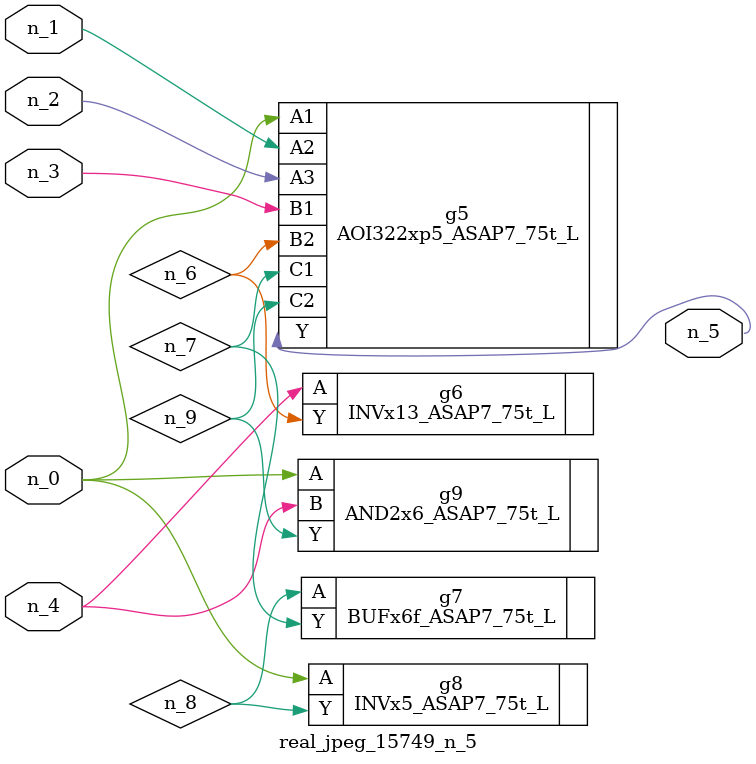
<source format=v>
module real_jpeg_15749_n_5 (n_4, n_0, n_1, n_2, n_3, n_5);

input n_4;
input n_0;
input n_1;
input n_2;
input n_3;

output n_5;

wire n_8;
wire n_6;
wire n_7;
wire n_9;

AOI322xp5_ASAP7_75t_L g5 ( 
.A1(n_0),
.A2(n_1),
.A3(n_2),
.B1(n_3),
.B2(n_6),
.C1(n_7),
.C2(n_9),
.Y(n_5)
);

INVx5_ASAP7_75t_L g8 ( 
.A(n_0),
.Y(n_8)
);

AND2x6_ASAP7_75t_L g9 ( 
.A(n_0),
.B(n_4),
.Y(n_9)
);

INVx13_ASAP7_75t_L g6 ( 
.A(n_4),
.Y(n_6)
);

BUFx6f_ASAP7_75t_L g7 ( 
.A(n_8),
.Y(n_7)
);


endmodule
</source>
